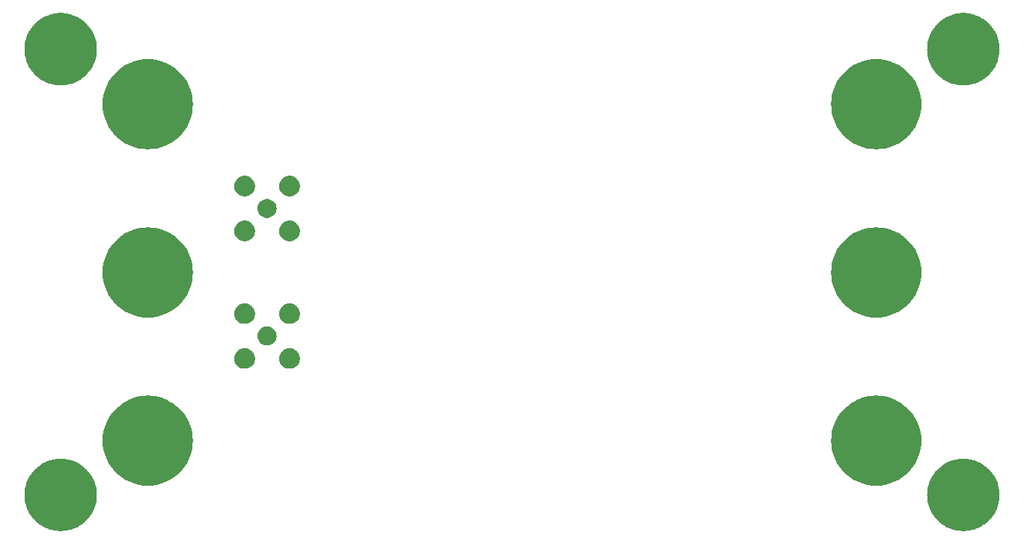
<source format=gbr>
%TF.GenerationSoftware,KiCad,Pcbnew,8.0.6*%
%TF.CreationDate,2024-11-13T10:13:59+01:00*%
%TF.ProjectId,5uH_LISN,3575485f-4c49-4534-9e2e-6b696361645f,V1 R0*%
%TF.SameCoordinates,Original*%
%TF.FileFunction,Soldermask,Top*%
%TF.FilePolarity,Negative*%
%FSLAX46Y46*%
G04 Gerber Fmt 4.6, Leading zero omitted, Abs format (unit mm)*
G04 Created by KiCad (PCBNEW 8.0.6) date 2024-11-13 10:13:59*
%MOMM*%
%LPD*%
G01*
G04 APERTURE LIST*
G04 APERTURE END LIST*
G36*
X5247504Y9096810D02*
G01*
X5345155Y9096810D01*
X5448633Y9086930D01*
X5552027Y9081850D01*
X5642718Y9068398D01*
X5733697Y9059710D01*
X5841993Y9038838D01*
X5950182Y9022789D01*
X6033358Y9001955D01*
X6116951Y8985843D01*
X6228862Y8952983D01*
X6340632Y8924986D01*
X6415756Y8898107D01*
X6491455Y8875879D01*
X6605685Y8830149D01*
X6719614Y8789384D01*
X6786332Y8757829D01*
X6853812Y8730814D01*
X6968924Y8671470D01*
X7083481Y8617288D01*
X7141655Y8582420D01*
X7200727Y8551966D01*
X7315140Y8478438D01*
X7428727Y8410356D01*
X7478393Y8373521D01*
X7529073Y8340951D01*
X7641160Y8252805D01*
X7752027Y8170580D01*
X7793399Y8133083D01*
X7835889Y8099668D01*
X7943968Y7996614D01*
X8050269Y7900269D01*
X8083721Y7863360D01*
X8118359Y7830333D01*
X8220649Y7712283D01*
X8320580Y7602027D01*
X8346676Y7566841D01*
X8373961Y7535352D01*
X8468694Y7402318D01*
X8560356Y7278727D01*
X8579775Y7246327D01*
X8600364Y7217415D01*
X8685793Y7069447D01*
X8767288Y6933481D01*
X8780856Y6904793D01*
X8795521Y6879393D01*
X8869904Y6716518D01*
X8939384Y6569614D01*
X8948037Y6545430D01*
X8957660Y6524359D01*
X9019277Y6346328D01*
X9074986Y6190632D01*
X9079759Y6171576D01*
X9085318Y6155515D01*
X9132537Y5960875D01*
X9172789Y5800182D01*
X9174784Y5786733D01*
X9177338Y5776205D01*
X9208629Y5558568D01*
X9231850Y5402027D01*
X9232220Y5394487D01*
X9232884Y5389871D01*
X9246851Y5096659D01*
X9251600Y5000000D01*
X9246851Y4903334D01*
X9232884Y4610130D01*
X9232220Y4605516D01*
X9231850Y4597973D01*
X9208624Y4441402D01*
X9177338Y4223796D01*
X9174784Y4213271D01*
X9172789Y4199818D01*
X9132529Y4039095D01*
X9085318Y3844486D01*
X9079760Y3828429D01*
X9074986Y3809368D01*
X9019266Y3653643D01*
X8957660Y3475642D01*
X8948038Y3454575D01*
X8939384Y3430386D01*
X8869890Y3283455D01*
X8795521Y3120608D01*
X8780859Y3095214D01*
X8767288Y3066519D01*
X8685778Y2930528D01*
X8600364Y2782586D01*
X8579779Y2753680D01*
X8560356Y2721273D01*
X8468677Y2597659D01*
X8373961Y2464649D01*
X8346681Y2433167D01*
X8320580Y2397973D01*
X8220630Y2287696D01*
X8118359Y2169668D01*
X8083728Y2136648D01*
X8050269Y2099731D01*
X7943947Y2003367D01*
X7835889Y1900333D01*
X7793407Y1866926D01*
X7752027Y1829420D01*
X7641138Y1747180D01*
X7529073Y1659050D01*
X7478404Y1626488D01*
X7428727Y1589644D01*
X7315117Y1521550D01*
X7200727Y1448035D01*
X7141667Y1417588D01*
X7083481Y1382712D01*
X6968900Y1328520D01*
X6853812Y1269187D01*
X6786346Y1242178D01*
X6719614Y1210616D01*
X6605661Y1169844D01*
X6491455Y1124122D01*
X6415771Y1101900D01*
X6340632Y1075014D01*
X6228839Y1047012D01*
X6116951Y1014158D01*
X6033375Y998050D01*
X5950182Y977211D01*
X5841970Y961160D01*
X5733697Y940291D01*
X5642733Y931606D01*
X5552027Y918150D01*
X5448628Y913071D01*
X5345155Y903190D01*
X5247504Y903190D01*
X5150000Y898400D01*
X5052496Y903190D01*
X4954845Y903190D01*
X4851371Y913071D01*
X4747973Y918150D01*
X4657267Y931605D01*
X4566302Y940291D01*
X4458024Y961160D01*
X4349818Y977211D01*
X4266627Y998050D01*
X4183048Y1014158D01*
X4071153Y1047013D01*
X3959368Y1075014D01*
X3884232Y1101898D01*
X3808544Y1124122D01*
X3694328Y1169847D01*
X3580386Y1210616D01*
X3513659Y1242176D01*
X3446187Y1269187D01*
X3331091Y1328524D01*
X3216519Y1382712D01*
X3158333Y1417587D01*
X3099273Y1448035D01*
X2984877Y1521553D01*
X2871273Y1589644D01*
X2821601Y1626483D01*
X2770926Y1659050D01*
X2658844Y1747193D01*
X2547973Y1829420D01*
X2506598Y1866920D01*
X2464110Y1900333D01*
X2356032Y2003386D01*
X2249731Y2099731D01*
X2216277Y2136641D01*
X2181640Y2169668D01*
X2079347Y2287721D01*
X1979420Y2397973D01*
X1953324Y2433159D01*
X1926038Y2464649D01*
X1831297Y2597693D01*
X1739644Y2721273D01*
X1720225Y2753671D01*
X1699635Y2782586D01*
X1614194Y2930573D01*
X1532712Y3066519D01*
X1519145Y3095204D01*
X1504478Y3120608D01*
X1430080Y3283517D01*
X1360616Y3430386D01*
X1351964Y3454565D01*
X1342339Y3475642D01*
X1280702Y3653729D01*
X1225014Y3809368D01*
X1220242Y3828418D01*
X1214681Y3844486D01*
X1167438Y4039222D01*
X1127211Y4199818D01*
X1125217Y4213260D01*
X1122661Y4223796D01*
X1091342Y4441621D01*
X1068150Y4597973D01*
X1067779Y4605505D01*
X1067115Y4610130D01*
X1053115Y4904006D01*
X1048400Y5000000D01*
X1053115Y5095988D01*
X1067115Y5389871D01*
X1067780Y5394497D01*
X1068150Y5402027D01*
X1091338Y5558349D01*
X1122661Y5776205D01*
X1125217Y5786744D01*
X1127211Y5800182D01*
X1167430Y5960748D01*
X1214681Y6155515D01*
X1220243Y6171586D01*
X1225014Y6190632D01*
X1280692Y6346243D01*
X1342339Y6524359D01*
X1351966Y6545441D01*
X1360616Y6569614D01*
X1430066Y6716456D01*
X1504478Y6879393D01*
X1519147Y6904802D01*
X1532712Y6933481D01*
X1614179Y7069401D01*
X1699635Y7217415D01*
X1720229Y7246336D01*
X1739644Y7278727D01*
X1831280Y7402284D01*
X1926038Y7535352D01*
X1953329Y7566849D01*
X1979420Y7602027D01*
X2079327Y7712258D01*
X2181640Y7830333D01*
X2216284Y7863367D01*
X2249731Y7900269D01*
X2356010Y7996596D01*
X2464110Y8099668D01*
X2506607Y8133089D01*
X2547973Y8170580D01*
X2658821Y8252792D01*
X2770926Y8340951D01*
X2821611Y8373525D01*
X2871273Y8410356D01*
X2984854Y8478434D01*
X3099273Y8551966D01*
X3158345Y8582421D01*
X3216519Y8617288D01*
X3331067Y8671466D01*
X3446187Y8730814D01*
X3513673Y8757832D01*
X3580386Y8789384D01*
X3694305Y8830146D01*
X3808544Y8875879D01*
X3884248Y8898108D01*
X3959368Y8924986D01*
X4071130Y8952982D01*
X4183048Y8985843D01*
X4266645Y9001956D01*
X4349818Y9022789D01*
X4458002Y9038837D01*
X4566302Y9059710D01*
X4657282Y9068398D01*
X4747973Y9081850D01*
X4851365Y9086930D01*
X4954845Y9096810D01*
X5052496Y9096810D01*
X5150000Y9101600D01*
X5247504Y9096810D01*
G37*
G36*
X107347504Y9096810D02*
G01*
X107445155Y9096810D01*
X107548633Y9086930D01*
X107652027Y9081850D01*
X107742718Y9068398D01*
X107833697Y9059710D01*
X107941993Y9038838D01*
X108050182Y9022789D01*
X108133358Y9001955D01*
X108216951Y8985843D01*
X108328862Y8952983D01*
X108440632Y8924986D01*
X108515756Y8898107D01*
X108591455Y8875879D01*
X108705685Y8830149D01*
X108819614Y8789384D01*
X108886332Y8757829D01*
X108953812Y8730814D01*
X109068924Y8671470D01*
X109183481Y8617288D01*
X109241655Y8582420D01*
X109300727Y8551966D01*
X109415140Y8478438D01*
X109528727Y8410356D01*
X109578393Y8373521D01*
X109629073Y8340951D01*
X109741160Y8252805D01*
X109852027Y8170580D01*
X109893399Y8133083D01*
X109935889Y8099668D01*
X110043968Y7996614D01*
X110150269Y7900269D01*
X110183721Y7863360D01*
X110218359Y7830333D01*
X110320649Y7712283D01*
X110420580Y7602027D01*
X110446676Y7566841D01*
X110473961Y7535352D01*
X110568694Y7402318D01*
X110660356Y7278727D01*
X110679775Y7246327D01*
X110700364Y7217415D01*
X110785793Y7069447D01*
X110867288Y6933481D01*
X110880856Y6904793D01*
X110895521Y6879393D01*
X110969904Y6716518D01*
X111039384Y6569614D01*
X111048037Y6545430D01*
X111057660Y6524359D01*
X111119277Y6346328D01*
X111174986Y6190632D01*
X111179759Y6171576D01*
X111185318Y6155515D01*
X111232537Y5960875D01*
X111272789Y5800182D01*
X111274784Y5786733D01*
X111277338Y5776205D01*
X111308629Y5558568D01*
X111331850Y5402027D01*
X111332220Y5394487D01*
X111332884Y5389871D01*
X111346851Y5096659D01*
X111351600Y5000000D01*
X111346851Y4903334D01*
X111332884Y4610130D01*
X111332220Y4605516D01*
X111331850Y4597973D01*
X111308624Y4441402D01*
X111277338Y4223796D01*
X111274784Y4213271D01*
X111272789Y4199818D01*
X111232529Y4039095D01*
X111185318Y3844486D01*
X111179760Y3828429D01*
X111174986Y3809368D01*
X111119266Y3653643D01*
X111057660Y3475642D01*
X111048038Y3454575D01*
X111039384Y3430386D01*
X110969890Y3283455D01*
X110895521Y3120608D01*
X110880859Y3095214D01*
X110867288Y3066519D01*
X110785778Y2930528D01*
X110700364Y2782586D01*
X110679779Y2753680D01*
X110660356Y2721273D01*
X110568677Y2597659D01*
X110473961Y2464649D01*
X110446681Y2433167D01*
X110420580Y2397973D01*
X110320630Y2287696D01*
X110218359Y2169668D01*
X110183728Y2136648D01*
X110150269Y2099731D01*
X110043947Y2003367D01*
X109935889Y1900333D01*
X109893407Y1866926D01*
X109852027Y1829420D01*
X109741138Y1747180D01*
X109629073Y1659050D01*
X109578404Y1626488D01*
X109528727Y1589644D01*
X109415117Y1521550D01*
X109300727Y1448035D01*
X109241667Y1417588D01*
X109183481Y1382712D01*
X109068900Y1328520D01*
X108953812Y1269187D01*
X108886346Y1242178D01*
X108819614Y1210616D01*
X108705661Y1169844D01*
X108591455Y1124122D01*
X108515771Y1101900D01*
X108440632Y1075014D01*
X108328839Y1047012D01*
X108216951Y1014158D01*
X108133375Y998050D01*
X108050182Y977211D01*
X107941970Y961160D01*
X107833697Y940291D01*
X107742733Y931606D01*
X107652027Y918150D01*
X107548628Y913071D01*
X107445155Y903190D01*
X107347504Y903190D01*
X107250000Y898400D01*
X107152496Y903190D01*
X107054845Y903190D01*
X106951371Y913071D01*
X106847973Y918150D01*
X106757267Y931605D01*
X106666302Y940291D01*
X106558024Y961160D01*
X106449818Y977211D01*
X106366627Y998050D01*
X106283048Y1014158D01*
X106171153Y1047013D01*
X106059368Y1075014D01*
X105984232Y1101898D01*
X105908544Y1124122D01*
X105794328Y1169847D01*
X105680386Y1210616D01*
X105613659Y1242176D01*
X105546187Y1269187D01*
X105431091Y1328524D01*
X105316519Y1382712D01*
X105258333Y1417587D01*
X105199273Y1448035D01*
X105084877Y1521553D01*
X104971273Y1589644D01*
X104921601Y1626483D01*
X104870926Y1659050D01*
X104758844Y1747193D01*
X104647973Y1829420D01*
X104606598Y1866920D01*
X104564110Y1900333D01*
X104456032Y2003386D01*
X104349731Y2099731D01*
X104316277Y2136641D01*
X104281640Y2169668D01*
X104179347Y2287721D01*
X104079420Y2397973D01*
X104053324Y2433159D01*
X104026038Y2464649D01*
X103931297Y2597693D01*
X103839644Y2721273D01*
X103820225Y2753671D01*
X103799635Y2782586D01*
X103714194Y2930573D01*
X103632712Y3066519D01*
X103619145Y3095204D01*
X103604478Y3120608D01*
X103530080Y3283517D01*
X103460616Y3430386D01*
X103451964Y3454565D01*
X103442339Y3475642D01*
X103380702Y3653729D01*
X103325014Y3809368D01*
X103320242Y3828418D01*
X103314681Y3844486D01*
X103267438Y4039222D01*
X103227211Y4199818D01*
X103225217Y4213260D01*
X103222661Y4223796D01*
X103191342Y4441621D01*
X103168150Y4597973D01*
X103167779Y4605505D01*
X103167115Y4610130D01*
X103153115Y4904006D01*
X103148400Y5000000D01*
X103153115Y5095988D01*
X103167115Y5389871D01*
X103167780Y5394497D01*
X103168150Y5402027D01*
X103191338Y5558349D01*
X103222661Y5776205D01*
X103225217Y5786744D01*
X103227211Y5800182D01*
X103267430Y5960748D01*
X103314681Y6155515D01*
X103320243Y6171586D01*
X103325014Y6190632D01*
X103380692Y6346243D01*
X103442339Y6524359D01*
X103451966Y6545441D01*
X103460616Y6569614D01*
X103530066Y6716456D01*
X103604478Y6879393D01*
X103619147Y6904802D01*
X103632712Y6933481D01*
X103714179Y7069401D01*
X103799635Y7217415D01*
X103820229Y7246336D01*
X103839644Y7278727D01*
X103931280Y7402284D01*
X104026038Y7535352D01*
X104053329Y7566849D01*
X104079420Y7602027D01*
X104179327Y7712258D01*
X104281640Y7830333D01*
X104316284Y7863367D01*
X104349731Y7900269D01*
X104456010Y7996596D01*
X104564110Y8099668D01*
X104606607Y8133089D01*
X104647973Y8170580D01*
X104758821Y8252792D01*
X104870926Y8340951D01*
X104921611Y8373525D01*
X104971273Y8410356D01*
X105084854Y8478434D01*
X105199273Y8551966D01*
X105258345Y8582421D01*
X105316519Y8617288D01*
X105431067Y8671466D01*
X105546187Y8730814D01*
X105613673Y8757832D01*
X105680386Y8789384D01*
X105794305Y8830146D01*
X105908544Y8875879D01*
X105984248Y8898108D01*
X106059368Y8924986D01*
X106171130Y8952982D01*
X106283048Y8985843D01*
X106366645Y9001956D01*
X106449818Y9022789D01*
X106558002Y9038837D01*
X106666302Y9059710D01*
X106757282Y9068398D01*
X106847973Y9081850D01*
X106951365Y9086930D01*
X107054845Y9096810D01*
X107152496Y9096810D01*
X107250000Y9101600D01*
X107347504Y9096810D01*
G37*
G36*
X15444634Y16222187D02*
G01*
X15885884Y16164095D01*
X16320391Y16067767D01*
X16744850Y15933936D01*
X17156029Y15763620D01*
X17550800Y15558115D01*
X17926158Y15318986D01*
X18279245Y15048052D01*
X18607376Y14747376D01*
X18908052Y14419245D01*
X19178986Y14066158D01*
X19418115Y13690800D01*
X19623620Y13296029D01*
X19793936Y12884850D01*
X19927767Y12460391D01*
X20024095Y12025884D01*
X20082187Y11584634D01*
X20101600Y11140000D01*
X20082187Y10695366D01*
X20024095Y10254116D01*
X19927767Y9819609D01*
X19793936Y9395150D01*
X19623620Y8983971D01*
X19418115Y8589200D01*
X19178986Y8213842D01*
X18908052Y7860755D01*
X18607376Y7532624D01*
X18279245Y7231948D01*
X17926158Y6961014D01*
X17550800Y6721885D01*
X17156029Y6516380D01*
X16744850Y6346064D01*
X16320391Y6212233D01*
X15885884Y6115905D01*
X15444634Y6057813D01*
X15000000Y6038400D01*
X14555366Y6057813D01*
X14114116Y6115905D01*
X13679609Y6212233D01*
X13255150Y6346064D01*
X12843971Y6516380D01*
X12449200Y6721885D01*
X12073842Y6961014D01*
X11720755Y7231948D01*
X11392624Y7532624D01*
X11091948Y7860755D01*
X10821014Y8213842D01*
X10581885Y8589200D01*
X10376380Y8983971D01*
X10206064Y9395150D01*
X10072233Y9819609D01*
X9975905Y10254116D01*
X9917813Y10695366D01*
X9898400Y11140000D01*
X9917813Y11584634D01*
X9975905Y12025884D01*
X10072233Y12460391D01*
X10206064Y12884850D01*
X10376380Y13296029D01*
X10581885Y13690800D01*
X10821014Y14066158D01*
X11091948Y14419245D01*
X11392624Y14747376D01*
X11720755Y15048052D01*
X12073842Y15318986D01*
X12449200Y15558115D01*
X12843971Y15763620D01*
X13255150Y15933936D01*
X13679609Y16067767D01*
X14114116Y16164095D01*
X14555366Y16222187D01*
X15000000Y16241600D01*
X15444634Y16222187D01*
G37*
G36*
X97844634Y16222187D02*
G01*
X98285884Y16164095D01*
X98720391Y16067767D01*
X99144850Y15933936D01*
X99556029Y15763620D01*
X99950800Y15558115D01*
X100326158Y15318986D01*
X100679245Y15048052D01*
X101007376Y14747376D01*
X101308052Y14419245D01*
X101578986Y14066158D01*
X101818115Y13690800D01*
X102023620Y13296029D01*
X102193936Y12884850D01*
X102327767Y12460391D01*
X102424095Y12025884D01*
X102482187Y11584634D01*
X102501600Y11140000D01*
X102482187Y10695366D01*
X102424095Y10254116D01*
X102327767Y9819609D01*
X102193936Y9395150D01*
X102023620Y8983971D01*
X101818115Y8589200D01*
X101578986Y8213842D01*
X101308052Y7860755D01*
X101007376Y7532624D01*
X100679245Y7231948D01*
X100326158Y6961014D01*
X99950800Y6721885D01*
X99556029Y6516380D01*
X99144850Y6346064D01*
X98720391Y6212233D01*
X98285884Y6115905D01*
X97844634Y6057813D01*
X97400000Y6038400D01*
X96955366Y6057813D01*
X96514116Y6115905D01*
X96079609Y6212233D01*
X95655150Y6346064D01*
X95243971Y6516380D01*
X94849200Y6721885D01*
X94473842Y6961014D01*
X94120755Y7231948D01*
X93792624Y7532624D01*
X93491948Y7860755D01*
X93221014Y8213842D01*
X92981885Y8589200D01*
X92776380Y8983971D01*
X92606064Y9395150D01*
X92472233Y9819609D01*
X92375905Y10254116D01*
X92317813Y10695366D01*
X92298400Y11140000D01*
X92317813Y11584634D01*
X92375905Y12025884D01*
X92472233Y12460391D01*
X92606064Y12884850D01*
X92776380Y13296029D01*
X92981885Y13690800D01*
X93221014Y14066158D01*
X93491948Y14419245D01*
X93792624Y14747376D01*
X94120755Y15048052D01*
X94473842Y15318986D01*
X94849200Y15558115D01*
X95243971Y15763620D01*
X95655150Y15933936D01*
X96079609Y16067767D01*
X96514116Y16164095D01*
X96955366Y16222187D01*
X97400000Y16241600D01*
X97844634Y16222187D01*
G37*
G36*
X26011745Y21629988D02*
G01*
X26068415Y21629988D01*
X26118269Y21620669D01*
X26163951Y21616672D01*
X26220025Y21601647D01*
X26281554Y21590145D01*
X26323286Y21573979D01*
X26361711Y21563682D01*
X26419875Y21536560D01*
X26483743Y21511817D01*
X26516711Y21491404D01*
X26547257Y21477160D01*
X26604882Y21436811D01*
X26668096Y21397670D01*
X26692323Y21375584D01*
X26714962Y21359732D01*
X26769120Y21305574D01*
X26828335Y21251592D01*
X26844475Y21230219D01*
X26859730Y21214964D01*
X26907306Y21147018D01*
X26959005Y21078558D01*
X26968268Y21059955D01*
X26977160Y21047256D01*
X27015023Y20966059D01*
X27055655Y20884459D01*
X27059694Y20870261D01*
X27063681Y20861712D01*
X27088807Y20767938D01*
X27114993Y20675906D01*
X27115799Y20667206D01*
X27116671Y20663952D01*
X27126304Y20553840D01*
X27135000Y20460000D01*
X27126303Y20366153D01*
X27116671Y20256049D01*
X27115799Y20252797D01*
X27114993Y20244094D01*
X27088803Y20152047D01*
X27063681Y20058289D01*
X27059695Y20049743D01*
X27055655Y20035541D01*
X27015015Y19953926D01*
X26977159Y19872743D01*
X26968269Y19860048D01*
X26959005Y19841442D01*
X26907301Y19772977D01*
X26859731Y19705038D01*
X26844479Y19689787D01*
X26828335Y19668408D01*
X26769109Y19614417D01*
X26714962Y19560269D01*
X26692328Y19544421D01*
X26668096Y19522330D01*
X26604870Y19483183D01*
X26547257Y19442841D01*
X26516718Y19428601D01*
X26483743Y19408183D01*
X26419863Y19383436D01*
X26361711Y19356319D01*
X26323294Y19346026D01*
X26281554Y19329855D01*
X26220013Y19318351D01*
X26163951Y19303329D01*
X26118279Y19299334D01*
X26068415Y19290012D01*
X26011734Y19290012D01*
X25960000Y19285486D01*
X25908266Y19290012D01*
X25851585Y19290012D01*
X25801721Y19299334D01*
X25756048Y19303329D01*
X25699983Y19318352D01*
X25638446Y19329855D01*
X25596707Y19346025D01*
X25558288Y19356319D01*
X25500130Y19383439D01*
X25436257Y19408183D01*
X25403284Y19428599D01*
X25372742Y19442841D01*
X25315121Y19483188D01*
X25251904Y19522330D01*
X25227675Y19544418D01*
X25205037Y19560269D01*
X25150879Y19614427D01*
X25091665Y19668408D01*
X25075524Y19689782D01*
X25060268Y19705038D01*
X25012684Y19772995D01*
X24960995Y19841442D01*
X24951733Y19860043D01*
X24942840Y19872743D01*
X24904969Y19953958D01*
X24864345Y20035541D01*
X24860305Y20049737D01*
X24856318Y20058289D01*
X24831179Y20152107D01*
X24805007Y20244094D01*
X24804201Y20252791D01*
X24803328Y20256049D01*
X24793678Y20366346D01*
X24785000Y20460000D01*
X24793677Y20553647D01*
X24803328Y20663952D01*
X24804201Y20667212D01*
X24805007Y20675906D01*
X24831174Y20767878D01*
X24856318Y20861712D01*
X24860306Y20870266D01*
X24864345Y20884459D01*
X24904961Y20966028D01*
X24942839Y21047256D01*
X24951733Y21059960D01*
X24960995Y21078558D01*
X25012679Y21147000D01*
X25060269Y21214964D01*
X25075527Y21230223D01*
X25091665Y21251592D01*
X25150867Y21305563D01*
X25205036Y21359731D01*
X25227678Y21375586D01*
X25251904Y21397670D01*
X25315113Y21436808D01*
X25372744Y21477161D01*
X25403291Y21491406D01*
X25436257Y21511817D01*
X25500117Y21536557D01*
X25558288Y21563682D01*
X25596716Y21573979D01*
X25638446Y21590145D01*
X25699971Y21601647D01*
X25756048Y21616672D01*
X25801731Y21620669D01*
X25851585Y21629988D01*
X25908255Y21629988D01*
X25960000Y21634515D01*
X26011745Y21629988D01*
G37*
G36*
X31091745Y21629988D02*
G01*
X31148415Y21629988D01*
X31198269Y21620669D01*
X31243951Y21616672D01*
X31300025Y21601647D01*
X31361554Y21590145D01*
X31403286Y21573979D01*
X31441711Y21563682D01*
X31499875Y21536560D01*
X31563743Y21511817D01*
X31596711Y21491404D01*
X31627257Y21477160D01*
X31684882Y21436811D01*
X31748096Y21397670D01*
X31772323Y21375584D01*
X31794962Y21359732D01*
X31849120Y21305574D01*
X31908335Y21251592D01*
X31924475Y21230219D01*
X31939730Y21214964D01*
X31987306Y21147018D01*
X32039005Y21078558D01*
X32048268Y21059955D01*
X32057160Y21047256D01*
X32095023Y20966059D01*
X32135655Y20884459D01*
X32139694Y20870261D01*
X32143681Y20861712D01*
X32168807Y20767938D01*
X32194993Y20675906D01*
X32195799Y20667206D01*
X32196671Y20663952D01*
X32206304Y20553840D01*
X32215000Y20460000D01*
X32206303Y20366153D01*
X32196671Y20256049D01*
X32195799Y20252797D01*
X32194993Y20244094D01*
X32168803Y20152047D01*
X32143681Y20058289D01*
X32139695Y20049743D01*
X32135655Y20035541D01*
X32095015Y19953926D01*
X32057159Y19872743D01*
X32048269Y19860048D01*
X32039005Y19841442D01*
X31987301Y19772977D01*
X31939731Y19705038D01*
X31924479Y19689787D01*
X31908335Y19668408D01*
X31849109Y19614417D01*
X31794962Y19560269D01*
X31772328Y19544421D01*
X31748096Y19522330D01*
X31684870Y19483183D01*
X31627257Y19442841D01*
X31596718Y19428601D01*
X31563743Y19408183D01*
X31499863Y19383436D01*
X31441711Y19356319D01*
X31403294Y19346026D01*
X31361554Y19329855D01*
X31300013Y19318351D01*
X31243951Y19303329D01*
X31198279Y19299334D01*
X31148415Y19290012D01*
X31091734Y19290012D01*
X31040000Y19285486D01*
X30988266Y19290012D01*
X30931585Y19290012D01*
X30881721Y19299334D01*
X30836048Y19303329D01*
X30779983Y19318352D01*
X30718446Y19329855D01*
X30676707Y19346025D01*
X30638288Y19356319D01*
X30580130Y19383439D01*
X30516257Y19408183D01*
X30483284Y19428599D01*
X30452742Y19442841D01*
X30395121Y19483188D01*
X30331904Y19522330D01*
X30307675Y19544418D01*
X30285037Y19560269D01*
X30230879Y19614427D01*
X30171665Y19668408D01*
X30155524Y19689782D01*
X30140268Y19705038D01*
X30092684Y19772995D01*
X30040995Y19841442D01*
X30031733Y19860043D01*
X30022840Y19872743D01*
X29984969Y19953958D01*
X29944345Y20035541D01*
X29940305Y20049737D01*
X29936318Y20058289D01*
X29911179Y20152107D01*
X29885007Y20244094D01*
X29884201Y20252791D01*
X29883328Y20256049D01*
X29873678Y20366346D01*
X29865000Y20460000D01*
X29873677Y20553647D01*
X29883328Y20663952D01*
X29884201Y20667212D01*
X29885007Y20675906D01*
X29911174Y20767878D01*
X29936318Y20861712D01*
X29940306Y20870266D01*
X29944345Y20884459D01*
X29984961Y20966028D01*
X30022839Y21047256D01*
X30031733Y21059960D01*
X30040995Y21078558D01*
X30092679Y21147000D01*
X30140269Y21214964D01*
X30155527Y21230223D01*
X30171665Y21251592D01*
X30230867Y21305563D01*
X30285036Y21359731D01*
X30307678Y21375586D01*
X30331904Y21397670D01*
X30395113Y21436808D01*
X30452744Y21477161D01*
X30483291Y21491406D01*
X30516257Y21511817D01*
X30580117Y21536557D01*
X30638288Y21563682D01*
X30676716Y21573979D01*
X30718446Y21590145D01*
X30779971Y21601647D01*
X30836048Y21616672D01*
X30881731Y21620669D01*
X30931585Y21629988D01*
X30988255Y21629988D01*
X31040000Y21634515D01*
X31091745Y21629988D01*
G37*
G36*
X28794188Y24033963D02*
G01*
X28979169Y23962301D01*
X29147832Y23857869D01*
X29294435Y23724223D01*
X29413983Y23565915D01*
X29502408Y23388335D01*
X29556696Y23197531D01*
X29575000Y23000000D01*
X29556696Y22802469D01*
X29502408Y22611665D01*
X29413983Y22434085D01*
X29294435Y22275777D01*
X29147832Y22142131D01*
X28979169Y22037699D01*
X28794188Y21966037D01*
X28599188Y21929586D01*
X28400812Y21929586D01*
X28205812Y21966037D01*
X28020831Y22037699D01*
X27852168Y22142131D01*
X27705565Y22275777D01*
X27586017Y22434085D01*
X27497592Y22611665D01*
X27443304Y22802469D01*
X27425000Y23000000D01*
X27443304Y23197531D01*
X27497592Y23388335D01*
X27586017Y23565915D01*
X27705565Y23724223D01*
X27852168Y23857869D01*
X28020831Y23962301D01*
X28205812Y24033963D01*
X28400812Y24070414D01*
X28599188Y24070414D01*
X28794188Y24033963D01*
G37*
G36*
X26011745Y26709988D02*
G01*
X26068415Y26709988D01*
X26118269Y26700669D01*
X26163951Y26696672D01*
X26220025Y26681647D01*
X26281554Y26670145D01*
X26323286Y26653979D01*
X26361711Y26643682D01*
X26419875Y26616560D01*
X26483743Y26591817D01*
X26516711Y26571404D01*
X26547257Y26557160D01*
X26604882Y26516811D01*
X26668096Y26477670D01*
X26692323Y26455584D01*
X26714962Y26439732D01*
X26769120Y26385574D01*
X26828335Y26331592D01*
X26844475Y26310219D01*
X26859730Y26294964D01*
X26907306Y26227018D01*
X26959005Y26158558D01*
X26968268Y26139955D01*
X26977160Y26127256D01*
X27015023Y26046059D01*
X27055655Y25964459D01*
X27059694Y25950261D01*
X27063681Y25941712D01*
X27088807Y25847938D01*
X27114993Y25755906D01*
X27115799Y25747206D01*
X27116671Y25743952D01*
X27126304Y25633840D01*
X27135000Y25540000D01*
X27126303Y25446153D01*
X27116671Y25336049D01*
X27115799Y25332797D01*
X27114993Y25324094D01*
X27088803Y25232047D01*
X27063681Y25138289D01*
X27059695Y25129743D01*
X27055655Y25115541D01*
X27015015Y25033926D01*
X26977159Y24952743D01*
X26968269Y24940048D01*
X26959005Y24921442D01*
X26907301Y24852977D01*
X26859731Y24785038D01*
X26844479Y24769787D01*
X26828335Y24748408D01*
X26769109Y24694417D01*
X26714962Y24640269D01*
X26692328Y24624421D01*
X26668096Y24602330D01*
X26604870Y24563183D01*
X26547257Y24522841D01*
X26516718Y24508601D01*
X26483743Y24488183D01*
X26419863Y24463436D01*
X26361711Y24436319D01*
X26323294Y24426026D01*
X26281554Y24409855D01*
X26220013Y24398351D01*
X26163951Y24383329D01*
X26118279Y24379334D01*
X26068415Y24370012D01*
X26011734Y24370012D01*
X25960000Y24365486D01*
X25908266Y24370012D01*
X25851585Y24370012D01*
X25801721Y24379334D01*
X25756048Y24383329D01*
X25699983Y24398352D01*
X25638446Y24409855D01*
X25596707Y24426025D01*
X25558288Y24436319D01*
X25500130Y24463439D01*
X25436257Y24488183D01*
X25403284Y24508599D01*
X25372742Y24522841D01*
X25315121Y24563188D01*
X25251904Y24602330D01*
X25227675Y24624418D01*
X25205037Y24640269D01*
X25150879Y24694427D01*
X25091665Y24748408D01*
X25075524Y24769782D01*
X25060268Y24785038D01*
X25012684Y24852995D01*
X24960995Y24921442D01*
X24951733Y24940043D01*
X24942840Y24952743D01*
X24904969Y25033958D01*
X24864345Y25115541D01*
X24860305Y25129737D01*
X24856318Y25138289D01*
X24831179Y25232107D01*
X24805007Y25324094D01*
X24804201Y25332791D01*
X24803328Y25336049D01*
X24793678Y25446346D01*
X24785000Y25540000D01*
X24793677Y25633647D01*
X24803328Y25743952D01*
X24804201Y25747212D01*
X24805007Y25755906D01*
X24831174Y25847878D01*
X24856318Y25941712D01*
X24860306Y25950266D01*
X24864345Y25964459D01*
X24904961Y26046028D01*
X24942839Y26127256D01*
X24951733Y26139960D01*
X24960995Y26158558D01*
X25012679Y26227000D01*
X25060269Y26294964D01*
X25075527Y26310223D01*
X25091665Y26331592D01*
X25150867Y26385563D01*
X25205036Y26439731D01*
X25227678Y26455586D01*
X25251904Y26477670D01*
X25315113Y26516808D01*
X25372744Y26557161D01*
X25403291Y26571406D01*
X25436257Y26591817D01*
X25500117Y26616557D01*
X25558288Y26643682D01*
X25596716Y26653979D01*
X25638446Y26670145D01*
X25699971Y26681647D01*
X25756048Y26696672D01*
X25801731Y26700669D01*
X25851585Y26709988D01*
X25908255Y26709988D01*
X25960000Y26714515D01*
X26011745Y26709988D01*
G37*
G36*
X31091745Y26709988D02*
G01*
X31148415Y26709988D01*
X31198269Y26700669D01*
X31243951Y26696672D01*
X31300025Y26681647D01*
X31361554Y26670145D01*
X31403286Y26653979D01*
X31441711Y26643682D01*
X31499875Y26616560D01*
X31563743Y26591817D01*
X31596711Y26571404D01*
X31627257Y26557160D01*
X31684882Y26516811D01*
X31748096Y26477670D01*
X31772323Y26455584D01*
X31794962Y26439732D01*
X31849120Y26385574D01*
X31908335Y26331592D01*
X31924475Y26310219D01*
X31939730Y26294964D01*
X31987306Y26227018D01*
X32039005Y26158558D01*
X32048268Y26139955D01*
X32057160Y26127256D01*
X32095023Y26046059D01*
X32135655Y25964459D01*
X32139694Y25950261D01*
X32143681Y25941712D01*
X32168807Y25847938D01*
X32194993Y25755906D01*
X32195799Y25747206D01*
X32196671Y25743952D01*
X32206304Y25633840D01*
X32215000Y25540000D01*
X32206303Y25446153D01*
X32196671Y25336049D01*
X32195799Y25332797D01*
X32194993Y25324094D01*
X32168803Y25232047D01*
X32143681Y25138289D01*
X32139695Y25129743D01*
X32135655Y25115541D01*
X32095015Y25033926D01*
X32057159Y24952743D01*
X32048269Y24940048D01*
X32039005Y24921442D01*
X31987301Y24852977D01*
X31939731Y24785038D01*
X31924479Y24769787D01*
X31908335Y24748408D01*
X31849109Y24694417D01*
X31794962Y24640269D01*
X31772328Y24624421D01*
X31748096Y24602330D01*
X31684870Y24563183D01*
X31627257Y24522841D01*
X31596718Y24508601D01*
X31563743Y24488183D01*
X31499863Y24463436D01*
X31441711Y24436319D01*
X31403294Y24426026D01*
X31361554Y24409855D01*
X31300013Y24398351D01*
X31243951Y24383329D01*
X31198279Y24379334D01*
X31148415Y24370012D01*
X31091734Y24370012D01*
X31040000Y24365486D01*
X30988266Y24370012D01*
X30931585Y24370012D01*
X30881721Y24379334D01*
X30836048Y24383329D01*
X30779983Y24398352D01*
X30718446Y24409855D01*
X30676707Y24426025D01*
X30638288Y24436319D01*
X30580130Y24463439D01*
X30516257Y24488183D01*
X30483284Y24508599D01*
X30452742Y24522841D01*
X30395121Y24563188D01*
X30331904Y24602330D01*
X30307675Y24624418D01*
X30285037Y24640269D01*
X30230879Y24694427D01*
X30171665Y24748408D01*
X30155524Y24769782D01*
X30140268Y24785038D01*
X30092684Y24852995D01*
X30040995Y24921442D01*
X30031733Y24940043D01*
X30022840Y24952743D01*
X29984969Y25033958D01*
X29944345Y25115541D01*
X29940305Y25129737D01*
X29936318Y25138289D01*
X29911179Y25232107D01*
X29885007Y25324094D01*
X29884201Y25332791D01*
X29883328Y25336049D01*
X29873678Y25446346D01*
X29865000Y25540000D01*
X29873677Y25633647D01*
X29883328Y25743952D01*
X29884201Y25747212D01*
X29885007Y25755906D01*
X29911174Y25847878D01*
X29936318Y25941712D01*
X29940306Y25950266D01*
X29944345Y25964459D01*
X29984961Y26046028D01*
X30022839Y26127256D01*
X30031733Y26139960D01*
X30040995Y26158558D01*
X30092679Y26227000D01*
X30140269Y26294964D01*
X30155527Y26310223D01*
X30171665Y26331592D01*
X30230867Y26385563D01*
X30285036Y26439731D01*
X30307678Y26455586D01*
X30331904Y26477670D01*
X30395113Y26516808D01*
X30452744Y26557161D01*
X30483291Y26571406D01*
X30516257Y26591817D01*
X30580117Y26616557D01*
X30638288Y26643682D01*
X30676716Y26653979D01*
X30718446Y26670145D01*
X30779971Y26681647D01*
X30836048Y26696672D01*
X30881731Y26700669D01*
X30931585Y26709988D01*
X30988255Y26709988D01*
X31040000Y26714515D01*
X31091745Y26709988D01*
G37*
G36*
X15444634Y35282187D02*
G01*
X15885884Y35224095D01*
X16320391Y35127767D01*
X16744850Y34993936D01*
X17156029Y34823620D01*
X17550800Y34618115D01*
X17926158Y34378986D01*
X18279245Y34108052D01*
X18607376Y33807376D01*
X18908052Y33479245D01*
X19178986Y33126158D01*
X19418115Y32750800D01*
X19623620Y32356029D01*
X19793936Y31944850D01*
X19927767Y31520391D01*
X20024095Y31085884D01*
X20082187Y30644634D01*
X20101600Y30200000D01*
X20082187Y29755366D01*
X20024095Y29314116D01*
X19927767Y28879609D01*
X19793936Y28455150D01*
X19623620Y28043971D01*
X19418115Y27649200D01*
X19178986Y27273842D01*
X18908052Y26920755D01*
X18607376Y26592624D01*
X18279245Y26291948D01*
X17926158Y26021014D01*
X17550800Y25781885D01*
X17156029Y25576380D01*
X16744850Y25406064D01*
X16320391Y25272233D01*
X15885884Y25175905D01*
X15444634Y25117813D01*
X15000000Y25098400D01*
X14555366Y25117813D01*
X14114116Y25175905D01*
X13679609Y25272233D01*
X13255150Y25406064D01*
X12843971Y25576380D01*
X12449200Y25781885D01*
X12073842Y26021014D01*
X11720755Y26291948D01*
X11392624Y26592624D01*
X11091948Y26920755D01*
X10821014Y27273842D01*
X10581885Y27649200D01*
X10376380Y28043971D01*
X10206064Y28455150D01*
X10072233Y28879609D01*
X9975905Y29314116D01*
X9917813Y29755366D01*
X9898400Y30200000D01*
X9917813Y30644634D01*
X9975905Y31085884D01*
X10072233Y31520391D01*
X10206064Y31944850D01*
X10376380Y32356029D01*
X10581885Y32750800D01*
X10821014Y33126158D01*
X11091948Y33479245D01*
X11392624Y33807376D01*
X11720755Y34108052D01*
X12073842Y34378986D01*
X12449200Y34618115D01*
X12843971Y34823620D01*
X13255150Y34993936D01*
X13679609Y35127767D01*
X14114116Y35224095D01*
X14555366Y35282187D01*
X15000000Y35301600D01*
X15444634Y35282187D01*
G37*
G36*
X97844634Y35282187D02*
G01*
X98285884Y35224095D01*
X98720391Y35127767D01*
X99144850Y34993936D01*
X99556029Y34823620D01*
X99950800Y34618115D01*
X100326158Y34378986D01*
X100679245Y34108052D01*
X101007376Y33807376D01*
X101308052Y33479245D01*
X101578986Y33126158D01*
X101818115Y32750800D01*
X102023620Y32356029D01*
X102193936Y31944850D01*
X102327767Y31520391D01*
X102424095Y31085884D01*
X102482187Y30644634D01*
X102501600Y30200000D01*
X102482187Y29755366D01*
X102424095Y29314116D01*
X102327767Y28879609D01*
X102193936Y28455150D01*
X102023620Y28043971D01*
X101818115Y27649200D01*
X101578986Y27273842D01*
X101308052Y26920755D01*
X101007376Y26592624D01*
X100679245Y26291948D01*
X100326158Y26021014D01*
X99950800Y25781885D01*
X99556029Y25576380D01*
X99144850Y25406064D01*
X98720391Y25272233D01*
X98285884Y25175905D01*
X97844634Y25117813D01*
X97400000Y25098400D01*
X96955366Y25117813D01*
X96514116Y25175905D01*
X96079609Y25272233D01*
X95655150Y25406064D01*
X95243971Y25576380D01*
X94849200Y25781885D01*
X94473842Y26021014D01*
X94120755Y26291948D01*
X93792624Y26592624D01*
X93491948Y26920755D01*
X93221014Y27273842D01*
X92981885Y27649200D01*
X92776380Y28043971D01*
X92606064Y28455150D01*
X92472233Y28879609D01*
X92375905Y29314116D01*
X92317813Y29755366D01*
X92298400Y30200000D01*
X92317813Y30644634D01*
X92375905Y31085884D01*
X92472233Y31520391D01*
X92606064Y31944850D01*
X92776380Y32356029D01*
X92981885Y32750800D01*
X93221014Y33126158D01*
X93491948Y33479245D01*
X93792624Y33807376D01*
X94120755Y34108052D01*
X94473842Y34378986D01*
X94849200Y34618115D01*
X95243971Y34823620D01*
X95655150Y34993936D01*
X96079609Y35127767D01*
X96514116Y35224095D01*
X96955366Y35282187D01*
X97400000Y35301600D01*
X97844634Y35282187D01*
G37*
G36*
X26011745Y36086488D02*
G01*
X26068415Y36086488D01*
X26118269Y36077169D01*
X26163951Y36073172D01*
X26220025Y36058147D01*
X26281554Y36046645D01*
X26323286Y36030479D01*
X26361711Y36020182D01*
X26419875Y35993060D01*
X26483743Y35968317D01*
X26516711Y35947904D01*
X26547257Y35933660D01*
X26604882Y35893311D01*
X26668096Y35854170D01*
X26692323Y35832084D01*
X26714962Y35816232D01*
X26769120Y35762074D01*
X26828335Y35708092D01*
X26844475Y35686719D01*
X26859730Y35671464D01*
X26907306Y35603518D01*
X26959005Y35535058D01*
X26968268Y35516455D01*
X26977160Y35503756D01*
X27015023Y35422559D01*
X27055655Y35340959D01*
X27059694Y35326761D01*
X27063681Y35318212D01*
X27088807Y35224438D01*
X27114993Y35132406D01*
X27115799Y35123706D01*
X27116671Y35120452D01*
X27126304Y35010340D01*
X27135000Y34916500D01*
X27126303Y34822653D01*
X27116671Y34712549D01*
X27115799Y34709297D01*
X27114993Y34700594D01*
X27088803Y34608547D01*
X27063681Y34514789D01*
X27059695Y34506243D01*
X27055655Y34492041D01*
X27015015Y34410426D01*
X26977159Y34329243D01*
X26968269Y34316548D01*
X26959005Y34297942D01*
X26907301Y34229477D01*
X26859731Y34161538D01*
X26844479Y34146287D01*
X26828335Y34124908D01*
X26769109Y34070917D01*
X26714962Y34016769D01*
X26692328Y34000921D01*
X26668096Y33978830D01*
X26604870Y33939683D01*
X26547257Y33899341D01*
X26516718Y33885101D01*
X26483743Y33864683D01*
X26419863Y33839936D01*
X26361711Y33812819D01*
X26323294Y33802526D01*
X26281554Y33786355D01*
X26220013Y33774851D01*
X26163951Y33759829D01*
X26118279Y33755834D01*
X26068415Y33746512D01*
X26011734Y33746512D01*
X25960000Y33741986D01*
X25908266Y33746512D01*
X25851585Y33746512D01*
X25801721Y33755834D01*
X25756048Y33759829D01*
X25699983Y33774852D01*
X25638446Y33786355D01*
X25596707Y33802525D01*
X25558288Y33812819D01*
X25500130Y33839939D01*
X25436257Y33864683D01*
X25403284Y33885099D01*
X25372742Y33899341D01*
X25315121Y33939688D01*
X25251904Y33978830D01*
X25227675Y34000918D01*
X25205037Y34016769D01*
X25150879Y34070927D01*
X25091665Y34124908D01*
X25075524Y34146282D01*
X25060268Y34161538D01*
X25012684Y34229495D01*
X24960995Y34297942D01*
X24951733Y34316543D01*
X24942840Y34329243D01*
X24904969Y34410458D01*
X24864345Y34492041D01*
X24860305Y34506237D01*
X24856318Y34514789D01*
X24831179Y34608607D01*
X24805007Y34700594D01*
X24804201Y34709291D01*
X24803328Y34712549D01*
X24793678Y34822846D01*
X24785000Y34916500D01*
X24793677Y35010147D01*
X24803328Y35120452D01*
X24804201Y35123712D01*
X24805007Y35132406D01*
X24831174Y35224378D01*
X24856318Y35318212D01*
X24860306Y35326766D01*
X24864345Y35340959D01*
X24904961Y35422528D01*
X24942839Y35503756D01*
X24951733Y35516460D01*
X24960995Y35535058D01*
X25012679Y35603500D01*
X25060269Y35671464D01*
X25075527Y35686723D01*
X25091665Y35708092D01*
X25150867Y35762063D01*
X25205036Y35816231D01*
X25227678Y35832086D01*
X25251904Y35854170D01*
X25315113Y35893308D01*
X25372744Y35933661D01*
X25403291Y35947906D01*
X25436257Y35968317D01*
X25500117Y35993057D01*
X25558288Y36020182D01*
X25596716Y36030479D01*
X25638446Y36046645D01*
X25699971Y36058147D01*
X25756048Y36073172D01*
X25801731Y36077169D01*
X25851585Y36086488D01*
X25908255Y36086488D01*
X25960000Y36091015D01*
X26011745Y36086488D01*
G37*
G36*
X31091745Y36086488D02*
G01*
X31148415Y36086488D01*
X31198269Y36077169D01*
X31243951Y36073172D01*
X31300025Y36058147D01*
X31361554Y36046645D01*
X31403286Y36030479D01*
X31441711Y36020182D01*
X31499875Y35993060D01*
X31563743Y35968317D01*
X31596711Y35947904D01*
X31627257Y35933660D01*
X31684882Y35893311D01*
X31748096Y35854170D01*
X31772323Y35832084D01*
X31794962Y35816232D01*
X31849120Y35762074D01*
X31908335Y35708092D01*
X31924475Y35686719D01*
X31939730Y35671464D01*
X31987306Y35603518D01*
X32039005Y35535058D01*
X32048268Y35516455D01*
X32057160Y35503756D01*
X32095023Y35422559D01*
X32135655Y35340959D01*
X32139694Y35326761D01*
X32143681Y35318212D01*
X32168807Y35224438D01*
X32194993Y35132406D01*
X32195799Y35123706D01*
X32196671Y35120452D01*
X32206304Y35010340D01*
X32215000Y34916500D01*
X32206303Y34822653D01*
X32196671Y34712549D01*
X32195799Y34709297D01*
X32194993Y34700594D01*
X32168803Y34608547D01*
X32143681Y34514789D01*
X32139695Y34506243D01*
X32135655Y34492041D01*
X32095015Y34410426D01*
X32057159Y34329243D01*
X32048269Y34316548D01*
X32039005Y34297942D01*
X31987301Y34229477D01*
X31939731Y34161538D01*
X31924479Y34146287D01*
X31908335Y34124908D01*
X31849109Y34070917D01*
X31794962Y34016769D01*
X31772328Y34000921D01*
X31748096Y33978830D01*
X31684870Y33939683D01*
X31627257Y33899341D01*
X31596718Y33885101D01*
X31563743Y33864683D01*
X31499863Y33839936D01*
X31441711Y33812819D01*
X31403294Y33802526D01*
X31361554Y33786355D01*
X31300013Y33774851D01*
X31243951Y33759829D01*
X31198279Y33755834D01*
X31148415Y33746512D01*
X31091734Y33746512D01*
X31040000Y33741986D01*
X30988266Y33746512D01*
X30931585Y33746512D01*
X30881721Y33755834D01*
X30836048Y33759829D01*
X30779983Y33774852D01*
X30718446Y33786355D01*
X30676707Y33802525D01*
X30638288Y33812819D01*
X30580130Y33839939D01*
X30516257Y33864683D01*
X30483284Y33885099D01*
X30452742Y33899341D01*
X30395121Y33939688D01*
X30331904Y33978830D01*
X30307675Y34000918D01*
X30285037Y34016769D01*
X30230879Y34070927D01*
X30171665Y34124908D01*
X30155524Y34146282D01*
X30140268Y34161538D01*
X30092684Y34229495D01*
X30040995Y34297942D01*
X30031733Y34316543D01*
X30022840Y34329243D01*
X29984969Y34410458D01*
X29944345Y34492041D01*
X29940305Y34506237D01*
X29936318Y34514789D01*
X29911179Y34608607D01*
X29885007Y34700594D01*
X29884201Y34709291D01*
X29883328Y34712549D01*
X29873678Y34822846D01*
X29865000Y34916500D01*
X29873677Y35010147D01*
X29883328Y35120452D01*
X29884201Y35123712D01*
X29885007Y35132406D01*
X29911174Y35224378D01*
X29936318Y35318212D01*
X29940306Y35326766D01*
X29944345Y35340959D01*
X29984961Y35422528D01*
X30022839Y35503756D01*
X30031733Y35516460D01*
X30040995Y35535058D01*
X30092679Y35603500D01*
X30140269Y35671464D01*
X30155527Y35686723D01*
X30171665Y35708092D01*
X30230867Y35762063D01*
X30285036Y35816231D01*
X30307678Y35832086D01*
X30331904Y35854170D01*
X30395113Y35893308D01*
X30452744Y35933661D01*
X30483291Y35947906D01*
X30516257Y35968317D01*
X30580117Y35993057D01*
X30638288Y36020182D01*
X30676716Y36030479D01*
X30718446Y36046645D01*
X30779971Y36058147D01*
X30836048Y36073172D01*
X30881731Y36077169D01*
X30931585Y36086488D01*
X30988255Y36086488D01*
X31040000Y36091015D01*
X31091745Y36086488D01*
G37*
G36*
X28794188Y38490463D02*
G01*
X28979169Y38418801D01*
X29147832Y38314369D01*
X29294435Y38180723D01*
X29413983Y38022415D01*
X29502408Y37844835D01*
X29556696Y37654031D01*
X29575000Y37456500D01*
X29556696Y37258969D01*
X29502408Y37068165D01*
X29413983Y36890585D01*
X29294435Y36732277D01*
X29147832Y36598631D01*
X28979169Y36494199D01*
X28794188Y36422537D01*
X28599188Y36386086D01*
X28400812Y36386086D01*
X28205812Y36422537D01*
X28020831Y36494199D01*
X27852168Y36598631D01*
X27705565Y36732277D01*
X27586017Y36890585D01*
X27497592Y37068165D01*
X27443304Y37258969D01*
X27425000Y37456500D01*
X27443304Y37654031D01*
X27497592Y37844835D01*
X27586017Y38022415D01*
X27705565Y38180723D01*
X27852168Y38314369D01*
X28020831Y38418801D01*
X28205812Y38490463D01*
X28400812Y38526914D01*
X28599188Y38526914D01*
X28794188Y38490463D01*
G37*
G36*
X26011745Y41166488D02*
G01*
X26068415Y41166488D01*
X26118269Y41157169D01*
X26163951Y41153172D01*
X26220025Y41138147D01*
X26281554Y41126645D01*
X26323286Y41110479D01*
X26361711Y41100182D01*
X26419875Y41073060D01*
X26483743Y41048317D01*
X26516711Y41027904D01*
X26547257Y41013660D01*
X26604882Y40973311D01*
X26668096Y40934170D01*
X26692323Y40912084D01*
X26714962Y40896232D01*
X26769120Y40842074D01*
X26828335Y40788092D01*
X26844475Y40766719D01*
X26859730Y40751464D01*
X26907306Y40683518D01*
X26959005Y40615058D01*
X26968268Y40596455D01*
X26977160Y40583756D01*
X27015023Y40502559D01*
X27055655Y40420959D01*
X27059694Y40406761D01*
X27063681Y40398212D01*
X27088807Y40304438D01*
X27114993Y40212406D01*
X27115799Y40203706D01*
X27116671Y40200452D01*
X27126304Y40090340D01*
X27135000Y39996500D01*
X27126303Y39902653D01*
X27116671Y39792549D01*
X27115799Y39789297D01*
X27114993Y39780594D01*
X27088803Y39688547D01*
X27063681Y39594789D01*
X27059695Y39586243D01*
X27055655Y39572041D01*
X27015015Y39490426D01*
X26977159Y39409243D01*
X26968269Y39396548D01*
X26959005Y39377942D01*
X26907301Y39309477D01*
X26859731Y39241538D01*
X26844479Y39226287D01*
X26828335Y39204908D01*
X26769109Y39150917D01*
X26714962Y39096769D01*
X26692328Y39080921D01*
X26668096Y39058830D01*
X26604870Y39019683D01*
X26547257Y38979341D01*
X26516718Y38965101D01*
X26483743Y38944683D01*
X26419863Y38919936D01*
X26361711Y38892819D01*
X26323294Y38882526D01*
X26281554Y38866355D01*
X26220013Y38854851D01*
X26163951Y38839829D01*
X26118279Y38835834D01*
X26068415Y38826512D01*
X26011734Y38826512D01*
X25960000Y38821986D01*
X25908266Y38826512D01*
X25851585Y38826512D01*
X25801721Y38835834D01*
X25756048Y38839829D01*
X25699983Y38854852D01*
X25638446Y38866355D01*
X25596707Y38882525D01*
X25558288Y38892819D01*
X25500130Y38919939D01*
X25436257Y38944683D01*
X25403284Y38965099D01*
X25372742Y38979341D01*
X25315121Y39019688D01*
X25251904Y39058830D01*
X25227675Y39080918D01*
X25205037Y39096769D01*
X25150879Y39150927D01*
X25091665Y39204908D01*
X25075524Y39226282D01*
X25060268Y39241538D01*
X25012684Y39309495D01*
X24960995Y39377942D01*
X24951733Y39396543D01*
X24942840Y39409243D01*
X24904969Y39490458D01*
X24864345Y39572041D01*
X24860305Y39586237D01*
X24856318Y39594789D01*
X24831179Y39688607D01*
X24805007Y39780594D01*
X24804201Y39789291D01*
X24803328Y39792549D01*
X24793678Y39902846D01*
X24785000Y39996500D01*
X24793677Y40090147D01*
X24803328Y40200452D01*
X24804201Y40203712D01*
X24805007Y40212406D01*
X24831174Y40304378D01*
X24856318Y40398212D01*
X24860306Y40406766D01*
X24864345Y40420959D01*
X24904961Y40502528D01*
X24942839Y40583756D01*
X24951733Y40596460D01*
X24960995Y40615058D01*
X25012679Y40683500D01*
X25060269Y40751464D01*
X25075527Y40766723D01*
X25091665Y40788092D01*
X25150867Y40842063D01*
X25205036Y40896231D01*
X25227678Y40912086D01*
X25251904Y40934170D01*
X25315113Y40973308D01*
X25372744Y41013661D01*
X25403291Y41027906D01*
X25436257Y41048317D01*
X25500117Y41073057D01*
X25558288Y41100182D01*
X25596716Y41110479D01*
X25638446Y41126645D01*
X25699971Y41138147D01*
X25756048Y41153172D01*
X25801731Y41157169D01*
X25851585Y41166488D01*
X25908255Y41166488D01*
X25960000Y41171015D01*
X26011745Y41166488D01*
G37*
G36*
X31091745Y41166488D02*
G01*
X31148415Y41166488D01*
X31198269Y41157169D01*
X31243951Y41153172D01*
X31300025Y41138147D01*
X31361554Y41126645D01*
X31403286Y41110479D01*
X31441711Y41100182D01*
X31499875Y41073060D01*
X31563743Y41048317D01*
X31596711Y41027904D01*
X31627257Y41013660D01*
X31684882Y40973311D01*
X31748096Y40934170D01*
X31772323Y40912084D01*
X31794962Y40896232D01*
X31849120Y40842074D01*
X31908335Y40788092D01*
X31924475Y40766719D01*
X31939730Y40751464D01*
X31987306Y40683518D01*
X32039005Y40615058D01*
X32048268Y40596455D01*
X32057160Y40583756D01*
X32095023Y40502559D01*
X32135655Y40420959D01*
X32139694Y40406761D01*
X32143681Y40398212D01*
X32168807Y40304438D01*
X32194993Y40212406D01*
X32195799Y40203706D01*
X32196671Y40200452D01*
X32206304Y40090340D01*
X32215000Y39996500D01*
X32206303Y39902653D01*
X32196671Y39792549D01*
X32195799Y39789297D01*
X32194993Y39780594D01*
X32168803Y39688547D01*
X32143681Y39594789D01*
X32139695Y39586243D01*
X32135655Y39572041D01*
X32095015Y39490426D01*
X32057159Y39409243D01*
X32048269Y39396548D01*
X32039005Y39377942D01*
X31987301Y39309477D01*
X31939731Y39241538D01*
X31924479Y39226287D01*
X31908335Y39204908D01*
X31849109Y39150917D01*
X31794962Y39096769D01*
X31772328Y39080921D01*
X31748096Y39058830D01*
X31684870Y39019683D01*
X31627257Y38979341D01*
X31596718Y38965101D01*
X31563743Y38944683D01*
X31499863Y38919936D01*
X31441711Y38892819D01*
X31403294Y38882526D01*
X31361554Y38866355D01*
X31300013Y38854851D01*
X31243951Y38839829D01*
X31198279Y38835834D01*
X31148415Y38826512D01*
X31091734Y38826512D01*
X31040000Y38821986D01*
X30988266Y38826512D01*
X30931585Y38826512D01*
X30881721Y38835834D01*
X30836048Y38839829D01*
X30779983Y38854852D01*
X30718446Y38866355D01*
X30676707Y38882525D01*
X30638288Y38892819D01*
X30580130Y38919939D01*
X30516257Y38944683D01*
X30483284Y38965099D01*
X30452742Y38979341D01*
X30395121Y39019688D01*
X30331904Y39058830D01*
X30307675Y39080918D01*
X30285037Y39096769D01*
X30230879Y39150927D01*
X30171665Y39204908D01*
X30155524Y39226282D01*
X30140268Y39241538D01*
X30092684Y39309495D01*
X30040995Y39377942D01*
X30031733Y39396543D01*
X30022840Y39409243D01*
X29984969Y39490458D01*
X29944345Y39572041D01*
X29940305Y39586237D01*
X29936318Y39594789D01*
X29911179Y39688607D01*
X29885007Y39780594D01*
X29884201Y39789291D01*
X29883328Y39792549D01*
X29873678Y39902846D01*
X29865000Y39996500D01*
X29873677Y40090147D01*
X29883328Y40200452D01*
X29884201Y40203712D01*
X29885007Y40212406D01*
X29911174Y40304378D01*
X29936318Y40398212D01*
X29940306Y40406766D01*
X29944345Y40420959D01*
X29984961Y40502528D01*
X30022839Y40583756D01*
X30031733Y40596460D01*
X30040995Y40615058D01*
X30092679Y40683500D01*
X30140269Y40751464D01*
X30155527Y40766723D01*
X30171665Y40788092D01*
X30230867Y40842063D01*
X30285036Y40896231D01*
X30307678Y40912086D01*
X30331904Y40934170D01*
X30395113Y40973308D01*
X30452744Y41013661D01*
X30483291Y41027906D01*
X30516257Y41048317D01*
X30580117Y41073057D01*
X30638288Y41100182D01*
X30676716Y41110479D01*
X30718446Y41126645D01*
X30779971Y41138147D01*
X30836048Y41153172D01*
X30881731Y41157169D01*
X30931585Y41166488D01*
X30988255Y41166488D01*
X31040000Y41171015D01*
X31091745Y41166488D01*
G37*
G36*
X15444634Y54342187D02*
G01*
X15885884Y54284095D01*
X16320391Y54187767D01*
X16744850Y54053936D01*
X17156029Y53883620D01*
X17550800Y53678115D01*
X17926158Y53438986D01*
X18279245Y53168052D01*
X18607376Y52867376D01*
X18908052Y52539245D01*
X19178986Y52186158D01*
X19418115Y51810800D01*
X19623620Y51416029D01*
X19793936Y51004850D01*
X19927767Y50580391D01*
X20024095Y50145884D01*
X20082187Y49704634D01*
X20101600Y49260000D01*
X20082187Y48815366D01*
X20024095Y48374116D01*
X19927767Y47939609D01*
X19793936Y47515150D01*
X19623620Y47103971D01*
X19418115Y46709200D01*
X19178986Y46333842D01*
X18908052Y45980755D01*
X18607376Y45652624D01*
X18279245Y45351948D01*
X17926158Y45081014D01*
X17550800Y44841885D01*
X17156029Y44636380D01*
X16744850Y44466064D01*
X16320391Y44332233D01*
X15885884Y44235905D01*
X15444634Y44177813D01*
X15000000Y44158400D01*
X14555366Y44177813D01*
X14114116Y44235905D01*
X13679609Y44332233D01*
X13255150Y44466064D01*
X12843971Y44636380D01*
X12449200Y44841885D01*
X12073842Y45081014D01*
X11720755Y45351948D01*
X11392624Y45652624D01*
X11091948Y45980755D01*
X10821014Y46333842D01*
X10581885Y46709200D01*
X10376380Y47103971D01*
X10206064Y47515150D01*
X10072233Y47939609D01*
X9975905Y48374116D01*
X9917813Y48815366D01*
X9898400Y49260000D01*
X9917813Y49704634D01*
X9975905Y50145884D01*
X10072233Y50580391D01*
X10206064Y51004850D01*
X10376380Y51416029D01*
X10581885Y51810800D01*
X10821014Y52186158D01*
X11091948Y52539245D01*
X11392624Y52867376D01*
X11720755Y53168052D01*
X12073842Y53438986D01*
X12449200Y53678115D01*
X12843971Y53883620D01*
X13255150Y54053936D01*
X13679609Y54187767D01*
X14114116Y54284095D01*
X14555366Y54342187D01*
X15000000Y54361600D01*
X15444634Y54342187D01*
G37*
G36*
X97844634Y54342187D02*
G01*
X98285884Y54284095D01*
X98720391Y54187767D01*
X99144850Y54053936D01*
X99556029Y53883620D01*
X99950800Y53678115D01*
X100326158Y53438986D01*
X100679245Y53168052D01*
X101007376Y52867376D01*
X101308052Y52539245D01*
X101578986Y52186158D01*
X101818115Y51810800D01*
X102023620Y51416029D01*
X102193936Y51004850D01*
X102327767Y50580391D01*
X102424095Y50145884D01*
X102482187Y49704634D01*
X102501600Y49260000D01*
X102482187Y48815366D01*
X102424095Y48374116D01*
X102327767Y47939609D01*
X102193936Y47515150D01*
X102023620Y47103971D01*
X101818115Y46709200D01*
X101578986Y46333842D01*
X101308052Y45980755D01*
X101007376Y45652624D01*
X100679245Y45351948D01*
X100326158Y45081014D01*
X99950800Y44841885D01*
X99556029Y44636380D01*
X99144850Y44466064D01*
X98720391Y44332233D01*
X98285884Y44235905D01*
X97844634Y44177813D01*
X97400000Y44158400D01*
X96955366Y44177813D01*
X96514116Y44235905D01*
X96079609Y44332233D01*
X95655150Y44466064D01*
X95243971Y44636380D01*
X94849200Y44841885D01*
X94473842Y45081014D01*
X94120755Y45351948D01*
X93792624Y45652624D01*
X93491948Y45980755D01*
X93221014Y46333842D01*
X92981885Y46709200D01*
X92776380Y47103971D01*
X92606064Y47515150D01*
X92472233Y47939609D01*
X92375905Y48374116D01*
X92317813Y48815366D01*
X92298400Y49260000D01*
X92317813Y49704634D01*
X92375905Y50145884D01*
X92472233Y50580391D01*
X92606064Y51004850D01*
X92776380Y51416029D01*
X92981885Y51810800D01*
X93221014Y52186158D01*
X93491948Y52539245D01*
X93792624Y52867376D01*
X94120755Y53168052D01*
X94473842Y53438986D01*
X94849200Y53678115D01*
X95243971Y53883620D01*
X95655150Y54053936D01*
X96079609Y54187767D01*
X96514116Y54284095D01*
X96955366Y54342187D01*
X97400000Y54361600D01*
X97844634Y54342187D01*
G37*
G36*
X5247504Y59596810D02*
G01*
X5345155Y59596810D01*
X5448633Y59586930D01*
X5552027Y59581850D01*
X5642718Y59568398D01*
X5733697Y59559710D01*
X5841993Y59538838D01*
X5950182Y59522789D01*
X6033358Y59501955D01*
X6116951Y59485843D01*
X6228862Y59452983D01*
X6340632Y59424986D01*
X6415756Y59398107D01*
X6491455Y59375879D01*
X6605685Y59330149D01*
X6719614Y59289384D01*
X6786332Y59257829D01*
X6853812Y59230814D01*
X6968924Y59171470D01*
X7083481Y59117288D01*
X7141655Y59082420D01*
X7200727Y59051966D01*
X7315140Y58978438D01*
X7428727Y58910356D01*
X7478393Y58873521D01*
X7529073Y58840951D01*
X7641160Y58752805D01*
X7752027Y58670580D01*
X7793399Y58633083D01*
X7835889Y58599668D01*
X7943968Y58496614D01*
X8050269Y58400269D01*
X8083721Y58363360D01*
X8118359Y58330333D01*
X8220649Y58212283D01*
X8320580Y58102027D01*
X8346676Y58066841D01*
X8373961Y58035352D01*
X8468694Y57902318D01*
X8560356Y57778727D01*
X8579775Y57746327D01*
X8600364Y57717415D01*
X8685793Y57569447D01*
X8767288Y57433481D01*
X8780856Y57404793D01*
X8795521Y57379393D01*
X8869904Y57216518D01*
X8939384Y57069614D01*
X8948037Y57045430D01*
X8957660Y57024359D01*
X9019277Y56846328D01*
X9074986Y56690632D01*
X9079759Y56671576D01*
X9085318Y56655515D01*
X9132537Y56460875D01*
X9172789Y56300182D01*
X9174784Y56286733D01*
X9177338Y56276205D01*
X9208629Y56058568D01*
X9231850Y55902027D01*
X9232220Y55894487D01*
X9232884Y55889871D01*
X9246851Y55596659D01*
X9251600Y55500000D01*
X9246851Y55403334D01*
X9232884Y55110130D01*
X9232220Y55105516D01*
X9231850Y55097973D01*
X9208624Y54941402D01*
X9177338Y54723796D01*
X9174784Y54713271D01*
X9172789Y54699818D01*
X9132529Y54539095D01*
X9085318Y54344486D01*
X9079760Y54328429D01*
X9074986Y54309368D01*
X9019266Y54153643D01*
X8957660Y53975642D01*
X8948038Y53954575D01*
X8939384Y53930386D01*
X8869890Y53783455D01*
X8795521Y53620608D01*
X8780859Y53595214D01*
X8767288Y53566519D01*
X8685778Y53430528D01*
X8600364Y53282586D01*
X8579779Y53253680D01*
X8560356Y53221273D01*
X8468677Y53097659D01*
X8373961Y52964649D01*
X8346681Y52933167D01*
X8320580Y52897973D01*
X8220630Y52787696D01*
X8118359Y52669668D01*
X8083728Y52636648D01*
X8050269Y52599731D01*
X7943947Y52503367D01*
X7835889Y52400333D01*
X7793407Y52366926D01*
X7752027Y52329420D01*
X7641138Y52247180D01*
X7529073Y52159050D01*
X7478404Y52126488D01*
X7428727Y52089644D01*
X7315117Y52021550D01*
X7200727Y51948035D01*
X7141667Y51917588D01*
X7083481Y51882712D01*
X6968900Y51828520D01*
X6853812Y51769187D01*
X6786346Y51742178D01*
X6719614Y51710616D01*
X6605661Y51669844D01*
X6491455Y51624122D01*
X6415771Y51601900D01*
X6340632Y51575014D01*
X6228839Y51547012D01*
X6116951Y51514158D01*
X6033375Y51498050D01*
X5950182Y51477211D01*
X5841970Y51461160D01*
X5733697Y51440291D01*
X5642733Y51431606D01*
X5552027Y51418150D01*
X5448628Y51413071D01*
X5345155Y51403190D01*
X5247504Y51403190D01*
X5150000Y51398400D01*
X5052496Y51403190D01*
X4954845Y51403190D01*
X4851371Y51413071D01*
X4747973Y51418150D01*
X4657267Y51431605D01*
X4566302Y51440291D01*
X4458024Y51461160D01*
X4349818Y51477211D01*
X4266627Y51498050D01*
X4183048Y51514158D01*
X4071153Y51547013D01*
X3959368Y51575014D01*
X3884232Y51601898D01*
X3808544Y51624122D01*
X3694328Y51669847D01*
X3580386Y51710616D01*
X3513659Y51742176D01*
X3446187Y51769187D01*
X3331091Y51828524D01*
X3216519Y51882712D01*
X3158333Y51917587D01*
X3099273Y51948035D01*
X2984877Y52021553D01*
X2871273Y52089644D01*
X2821601Y52126483D01*
X2770926Y52159050D01*
X2658844Y52247193D01*
X2547973Y52329420D01*
X2506598Y52366920D01*
X2464110Y52400333D01*
X2356032Y52503386D01*
X2249731Y52599731D01*
X2216277Y52636641D01*
X2181640Y52669668D01*
X2079347Y52787721D01*
X1979420Y52897973D01*
X1953324Y52933159D01*
X1926038Y52964649D01*
X1831297Y53097693D01*
X1739644Y53221273D01*
X1720225Y53253671D01*
X1699635Y53282586D01*
X1614194Y53430573D01*
X1532712Y53566519D01*
X1519145Y53595204D01*
X1504478Y53620608D01*
X1430080Y53783517D01*
X1360616Y53930386D01*
X1351964Y53954565D01*
X1342339Y53975642D01*
X1280702Y54153729D01*
X1225014Y54309368D01*
X1220242Y54328418D01*
X1214681Y54344486D01*
X1167438Y54539222D01*
X1127211Y54699818D01*
X1125217Y54713260D01*
X1122661Y54723796D01*
X1091342Y54941621D01*
X1068150Y55097973D01*
X1067779Y55105505D01*
X1067115Y55110130D01*
X1053115Y55404006D01*
X1048400Y55500000D01*
X1053115Y55595988D01*
X1067115Y55889871D01*
X1067780Y55894497D01*
X1068150Y55902027D01*
X1091338Y56058349D01*
X1122661Y56276205D01*
X1125217Y56286744D01*
X1127211Y56300182D01*
X1167430Y56460748D01*
X1214681Y56655515D01*
X1220243Y56671586D01*
X1225014Y56690632D01*
X1280692Y56846243D01*
X1342339Y57024359D01*
X1351966Y57045441D01*
X1360616Y57069614D01*
X1430066Y57216456D01*
X1504478Y57379393D01*
X1519147Y57404802D01*
X1532712Y57433481D01*
X1614179Y57569401D01*
X1699635Y57717415D01*
X1720229Y57746336D01*
X1739644Y57778727D01*
X1831280Y57902284D01*
X1926038Y58035352D01*
X1953329Y58066849D01*
X1979420Y58102027D01*
X2079327Y58212258D01*
X2181640Y58330333D01*
X2216284Y58363367D01*
X2249731Y58400269D01*
X2356010Y58496596D01*
X2464110Y58599668D01*
X2506607Y58633089D01*
X2547973Y58670580D01*
X2658821Y58752792D01*
X2770926Y58840951D01*
X2821611Y58873525D01*
X2871273Y58910356D01*
X2984854Y58978434D01*
X3099273Y59051966D01*
X3158345Y59082421D01*
X3216519Y59117288D01*
X3331067Y59171466D01*
X3446187Y59230814D01*
X3513673Y59257832D01*
X3580386Y59289384D01*
X3694305Y59330146D01*
X3808544Y59375879D01*
X3884248Y59398108D01*
X3959368Y59424986D01*
X4071130Y59452982D01*
X4183048Y59485843D01*
X4266645Y59501956D01*
X4349818Y59522789D01*
X4458002Y59538837D01*
X4566302Y59559710D01*
X4657282Y59568398D01*
X4747973Y59581850D01*
X4851365Y59586930D01*
X4954845Y59596810D01*
X5052496Y59596810D01*
X5150000Y59601600D01*
X5247504Y59596810D01*
G37*
G36*
X107347504Y59596810D02*
G01*
X107445155Y59596810D01*
X107548633Y59586930D01*
X107652027Y59581850D01*
X107742718Y59568398D01*
X107833697Y59559710D01*
X107941993Y59538838D01*
X108050182Y59522789D01*
X108133358Y59501955D01*
X108216951Y59485843D01*
X108328862Y59452983D01*
X108440632Y59424986D01*
X108515756Y59398107D01*
X108591455Y59375879D01*
X108705685Y59330149D01*
X108819614Y59289384D01*
X108886332Y59257829D01*
X108953812Y59230814D01*
X109068924Y59171470D01*
X109183481Y59117288D01*
X109241655Y59082420D01*
X109300727Y59051966D01*
X109415140Y58978438D01*
X109528727Y58910356D01*
X109578393Y58873521D01*
X109629073Y58840951D01*
X109741160Y58752805D01*
X109852027Y58670580D01*
X109893399Y58633083D01*
X109935889Y58599668D01*
X110043968Y58496614D01*
X110150269Y58400269D01*
X110183721Y58363360D01*
X110218359Y58330333D01*
X110320649Y58212283D01*
X110420580Y58102027D01*
X110446676Y58066841D01*
X110473961Y58035352D01*
X110568694Y57902318D01*
X110660356Y57778727D01*
X110679775Y57746327D01*
X110700364Y57717415D01*
X110785793Y57569447D01*
X110867288Y57433481D01*
X110880856Y57404793D01*
X110895521Y57379393D01*
X110969904Y57216518D01*
X111039384Y57069614D01*
X111048037Y57045430D01*
X111057660Y57024359D01*
X111119277Y56846328D01*
X111174986Y56690632D01*
X111179759Y56671576D01*
X111185318Y56655515D01*
X111232537Y56460875D01*
X111272789Y56300182D01*
X111274784Y56286733D01*
X111277338Y56276205D01*
X111308629Y56058568D01*
X111331850Y55902027D01*
X111332220Y55894487D01*
X111332884Y55889871D01*
X111346851Y55596659D01*
X111351600Y55500000D01*
X111346851Y55403334D01*
X111332884Y55110130D01*
X111332220Y55105516D01*
X111331850Y55097973D01*
X111308624Y54941402D01*
X111277338Y54723796D01*
X111274784Y54713271D01*
X111272789Y54699818D01*
X111232529Y54539095D01*
X111185318Y54344486D01*
X111179760Y54328429D01*
X111174986Y54309368D01*
X111119266Y54153643D01*
X111057660Y53975642D01*
X111048038Y53954575D01*
X111039384Y53930386D01*
X110969890Y53783455D01*
X110895521Y53620608D01*
X110880859Y53595214D01*
X110867288Y53566519D01*
X110785778Y53430528D01*
X110700364Y53282586D01*
X110679779Y53253680D01*
X110660356Y53221273D01*
X110568677Y53097659D01*
X110473961Y52964649D01*
X110446681Y52933167D01*
X110420580Y52897973D01*
X110320630Y52787696D01*
X110218359Y52669668D01*
X110183728Y52636648D01*
X110150269Y52599731D01*
X110043947Y52503367D01*
X109935889Y52400333D01*
X109893407Y52366926D01*
X109852027Y52329420D01*
X109741138Y52247180D01*
X109629073Y52159050D01*
X109578404Y52126488D01*
X109528727Y52089644D01*
X109415117Y52021550D01*
X109300727Y51948035D01*
X109241667Y51917588D01*
X109183481Y51882712D01*
X109068900Y51828520D01*
X108953812Y51769187D01*
X108886346Y51742178D01*
X108819614Y51710616D01*
X108705661Y51669844D01*
X108591455Y51624122D01*
X108515771Y51601900D01*
X108440632Y51575014D01*
X108328839Y51547012D01*
X108216951Y51514158D01*
X108133375Y51498050D01*
X108050182Y51477211D01*
X107941970Y51461160D01*
X107833697Y51440291D01*
X107742733Y51431606D01*
X107652027Y51418150D01*
X107548628Y51413071D01*
X107445155Y51403190D01*
X107347504Y51403190D01*
X107250000Y51398400D01*
X107152496Y51403190D01*
X107054845Y51403190D01*
X106951371Y51413071D01*
X106847973Y51418150D01*
X106757267Y51431605D01*
X106666302Y51440291D01*
X106558024Y51461160D01*
X106449818Y51477211D01*
X106366627Y51498050D01*
X106283048Y51514158D01*
X106171153Y51547013D01*
X106059368Y51575014D01*
X105984232Y51601898D01*
X105908544Y51624122D01*
X105794328Y51669847D01*
X105680386Y51710616D01*
X105613659Y51742176D01*
X105546187Y51769187D01*
X105431091Y51828524D01*
X105316519Y51882712D01*
X105258333Y51917587D01*
X105199273Y51948035D01*
X105084877Y52021553D01*
X104971273Y52089644D01*
X104921601Y52126483D01*
X104870926Y52159050D01*
X104758844Y52247193D01*
X104647973Y52329420D01*
X104606598Y52366920D01*
X104564110Y52400333D01*
X104456032Y52503386D01*
X104349731Y52599731D01*
X104316277Y52636641D01*
X104281640Y52669668D01*
X104179347Y52787721D01*
X104079420Y52897973D01*
X104053324Y52933159D01*
X104026038Y52964649D01*
X103931297Y53097693D01*
X103839644Y53221273D01*
X103820225Y53253671D01*
X103799635Y53282586D01*
X103714194Y53430573D01*
X103632712Y53566519D01*
X103619145Y53595204D01*
X103604478Y53620608D01*
X103530080Y53783517D01*
X103460616Y53930386D01*
X103451964Y53954565D01*
X103442339Y53975642D01*
X103380702Y54153729D01*
X103325014Y54309368D01*
X103320242Y54328418D01*
X103314681Y54344486D01*
X103267438Y54539222D01*
X103227211Y54699818D01*
X103225217Y54713260D01*
X103222661Y54723796D01*
X103191342Y54941621D01*
X103168150Y55097973D01*
X103167779Y55105505D01*
X103167115Y55110130D01*
X103153115Y55404006D01*
X103148400Y55500000D01*
X103153115Y55595988D01*
X103167115Y55889871D01*
X103167780Y55894497D01*
X103168150Y55902027D01*
X103191338Y56058349D01*
X103222661Y56276205D01*
X103225217Y56286744D01*
X103227211Y56300182D01*
X103267430Y56460748D01*
X103314681Y56655515D01*
X103320243Y56671586D01*
X103325014Y56690632D01*
X103380692Y56846243D01*
X103442339Y57024359D01*
X103451966Y57045441D01*
X103460616Y57069614D01*
X103530066Y57216456D01*
X103604478Y57379393D01*
X103619147Y57404802D01*
X103632712Y57433481D01*
X103714179Y57569401D01*
X103799635Y57717415D01*
X103820229Y57746336D01*
X103839644Y57778727D01*
X103931280Y57902284D01*
X104026038Y58035352D01*
X104053329Y58066849D01*
X104079420Y58102027D01*
X104179327Y58212258D01*
X104281640Y58330333D01*
X104316284Y58363367D01*
X104349731Y58400269D01*
X104456010Y58496596D01*
X104564110Y58599668D01*
X104606607Y58633089D01*
X104647973Y58670580D01*
X104758821Y58752792D01*
X104870926Y58840951D01*
X104921611Y58873525D01*
X104971273Y58910356D01*
X105084854Y58978434D01*
X105199273Y59051966D01*
X105258345Y59082421D01*
X105316519Y59117288D01*
X105431067Y59171466D01*
X105546187Y59230814D01*
X105613673Y59257832D01*
X105680386Y59289384D01*
X105794305Y59330146D01*
X105908544Y59375879D01*
X105984248Y59398108D01*
X106059368Y59424986D01*
X106171130Y59452982D01*
X106283048Y59485843D01*
X106366645Y59501956D01*
X106449818Y59522789D01*
X106558002Y59538837D01*
X106666302Y59559710D01*
X106757282Y59568398D01*
X106847973Y59581850D01*
X106951365Y59586930D01*
X107054845Y59596810D01*
X107152496Y59596810D01*
X107250000Y59601600D01*
X107347504Y59596810D01*
G37*
M02*

</source>
